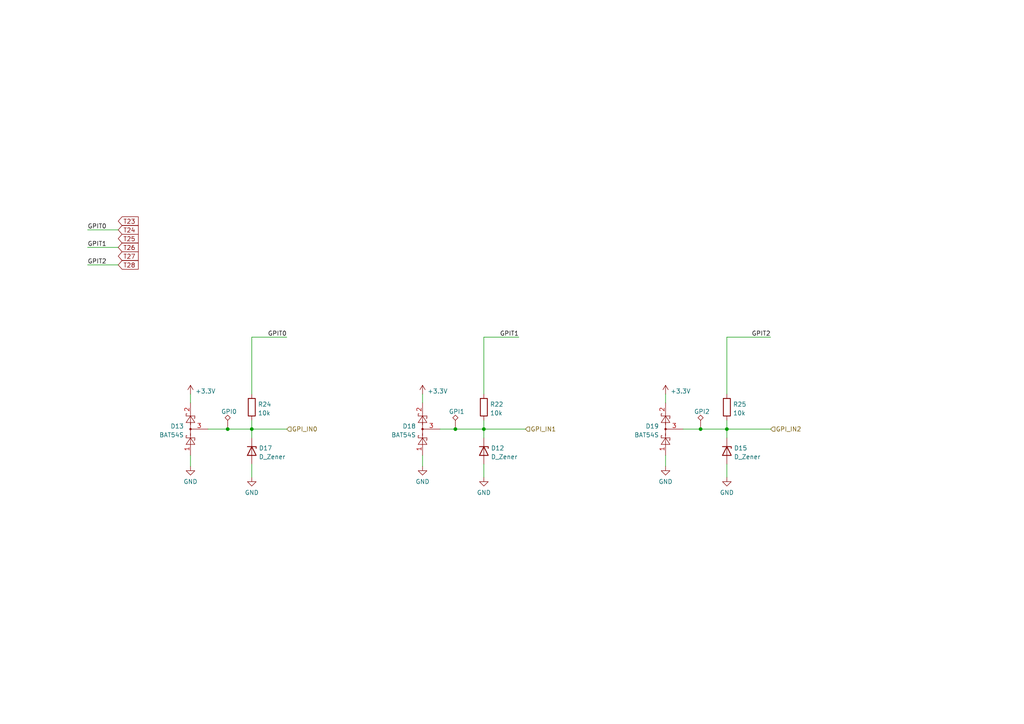
<source format=kicad_sch>
(kicad_sch (version 20211123) (generator eeschema)
  (paper "A4")
  (title_block (title "FloatPUMP Schematics") (date "2022-11-11") (rev "1.0") (company "robtor.de") (comment 1 "Controller board for up to 3 water pumps") (comment 2 "measuring capabilities with piezoresistive pressure sensors") (comment 3 "sensor input Range 4mA-20mA"))
  (lib_symbols
    (symbol "Connector:TestPoint_Alt" (pin_numbers hide) (pin_names (offset 0.762) hide)
      (property "Reference" "TP" (at 0 6.858 0))
      (property "Value" "TestPoint_Alt" (at 0 5.08 0))
      (symbol "TestPoint_Alt_0_1"
        (polyline (pts (xy 0 2.54) (xy -0.762 3.302) (xy 0 4.064) (xy 0.762 3.302) (xy 0 2.54)))
      )
      (symbol "TestPoint_Alt_1_1"
        (pin passive line (at 0 0 90) (length 2.54) (name "1") (number "1"))
      )
    )
    (symbol "Device:D_Zener" (pin_numbers hide) (pin_names (offset 1.016) hide)
      (property "Reference" "D" (at 0 2.54 0))
      (property "Value" "D_Zener" (at 0 -2.54 0))
      (symbol "D_Zener_0_1"
        (polyline (pts (xy 1.27 0) (xy -1.27 0)))
        (polyline (pts (xy -1.27 -1.27) (xy -1.27 1.27) (xy -0.762 1.27)) (stroke (width 0.254)))
        (polyline (pts (xy 1.27 -1.27) (xy 1.27 1.27) (xy -1.27 0) (xy 1.27 -1.27)) (stroke (width 0.254)))
      )
      (symbol "D_Zener_1_1"
        (pin passive line (at -3.81 0 0) (length 2.54) (name "K") (number "1"))
        (pin passive line (at 3.81 0 180) (length 2.54) (name "A") (number "2"))
      )
    )
    (symbol "Device:R" (pin_numbers hide) (pin_names (offset 0))
      (property "Reference" "R" (at 2.032 0 90))
      (property "Value" "R" (at 0 0 90))
      (symbol "R_0_1"
        (rectangle (start -1.016 -2.54) (end 1.016 2.54) (stroke (width 0.254)))
      )
      (symbol "R_1_1"
        (pin passive line (at 0 3.81 270) (length 1.27) (name "~") (number "1"))
        (pin passive line (at 0 -3.81 90) (length 1.27) (name "~") (number "2"))
      )
    )
    (symbol "Diode:BAT54S" (pin_names (offset 1.016))
      (property "Reference" "D" (at 0.635 -3.81 0))
      (property "Value" "BAT54S" (at -6.35 3.175 0))
      (symbol "BAT54S_0_1"
        (polyline (pts (xy -3.81 0) (xy -1.27 0)))
        (polyline (pts (xy -3.175 -1.27) (xy -3.175 -1.016)))
        (polyline (pts (xy -2.54 -1.27) (xy -3.175 -1.27)))
        (polyline (pts (xy -2.54 -1.27) (xy -2.54 1.27)))
        (polyline (pts (xy -2.54 1.27) (xy -1.905 1.27)))
        (polyline (pts (xy -1.905 0) (xy 1.905 0)))
        (polyline (pts (xy -1.905 1.27) (xy -1.905 1.016)))
        (polyline (pts (xy 1.27 0) (xy 3.81 0)))
        (polyline (pts (xy 3.175 -1.27) (xy 3.175 -1.016)))
        (polyline (pts (xy 3.81 -1.27) (xy 3.175 -1.27)))
        (polyline (pts (xy 3.81 -1.27) (xy 3.81 1.27)))
        (polyline (pts (xy 3.81 1.27) (xy 4.445 1.27)))
        (polyline (pts (xy 4.445 1.27) (xy 4.445 1.016)))
        (polyline (pts (xy -4.445 1.27) (xy -4.445 -1.27) (xy -2.54 0) (xy -4.445 1.27)))
        (polyline (pts (xy 1.905 1.27) (xy 1.905 -1.27) (xy 3.81 0) (xy 1.905 1.27)))
        (circle (center 0 0) (radius 0.254) (fill (type outline)))
      )
      (symbol "BAT54S_1_1"
        (pin passive line (at -7.62 0 0) (length 3.81) (name "~") (number "1"))
        (pin passive line (at 7.62 0 180) (length 3.81) (name "~") (number "2"))
        (pin passive line (at 0 -5.08 90) (length 5.08) (name "~") (number "3"))
      )
    )
    (symbol "power:+3.3V" (power) (pin_names (offset 0))
      (property "Value" "+3.3V" (at 0 3.556 0))
      (symbol "+3.3V_0_1"
        (polyline (pts (xy -0.762 1.27) (xy 0 2.54)))
        (polyline (pts (xy 0 0) (xy 0 2.54)))
        (polyline (pts (xy 0 2.54) (xy 0.762 1.27)))
      )
      (symbol "+3.3V_1_1"
        (pin power_in line (at 0 0 90) (length 0) hide (name "+3.3V") (number "1"))
      )
    )
    (symbol "power:GND" (power) (pin_names (offset 0))
      (property "Value" "GND" (at 0 -3.81 0))
      (symbol "GND_0_1"
        (polyline (pts (xy 0 0) (xy 0 -1.27) (xy 1.27 -1.27) (xy 0 -2.54) (xy -1.27 -1.27) (xy 0 -1.27)))
      )
      (symbol "GND_1_1"
        (pin power_in line (at 0 0 270) (length 0) hide (name "GND") (number "1"))
      )
    )
  )
  (junction (at 203.2 124.46))
  (junction (at 66.04 124.46))
  (junction (at 73.025 124.46))
  (junction (at 132.08 124.46))
  (junction (at 210.82 124.46))
  (junction (at 140.335 124.46))
  (wire (pts (xy 140.335 134.62) (xy 140.335 138.43)))
  (wire (pts (xy 210.82 114.3) (xy 210.82 97.79)))
  (wire (pts (xy 66.04 124.46) (xy 73.025 124.46)))
  (wire (pts (xy 198.12 124.46) (xy 203.2 124.46)))
  (wire (pts (xy 25.4 76.835) (xy 34.29 76.835)))
  (wire (pts (xy 73.025 121.92) (xy 73.025 124.46)))
  (wire (pts (xy 140.335 121.92) (xy 140.335 124.46)))
  (wire (pts (xy 73.025 124.46) (xy 73.025 127)))
  (wire (pts (xy 122.555 114.3) (xy 122.555 116.84)))
  (wire (pts (xy 73.025 124.46) (xy 83.185 124.46)))
  (wire (pts (xy 73.025 114.3) (xy 73.025 97.79)))
  (wire (pts (xy 210.82 124.46) (xy 210.82 127)))
  (wire (pts (xy 210.82 124.46) (xy 223.52 124.46)))
  (wire (pts (xy 25.4 66.675) (xy 34.29 66.675)))
  (wire (pts (xy 55.245 114.3) (xy 55.245 116.84)))
  (wire (pts (xy 55.245 132.08) (xy 55.245 135.255)))
  (wire (pts (xy 210.82 121.92) (xy 210.82 124.46)))
  (wire (pts (xy 127.635 124.46) (xy 132.08 124.46)))
  (wire (pts (xy 73.025 134.62) (xy 73.025 138.43)))
  (wire (pts (xy 60.325 124.46) (xy 66.04 124.46)))
  (wire (pts (xy 73.025 97.79) (xy 83.185 97.79)))
  (wire (pts (xy 210.82 97.79) (xy 223.52 97.79)))
  (wire (pts (xy 140.335 97.79) (xy 150.495 97.79)))
  (wire (pts (xy 193.04 114.3) (xy 193.04 116.84)))
  (wire (pts (xy 203.2 124.46) (xy 210.82 124.46)))
  (wire (pts (xy 140.335 97.79) (xy 140.335 114.3)))
  (wire (pts (xy 25.4 71.755) (xy 34.29 71.755)))
  (wire (pts (xy 122.555 132.08) (xy 122.555 135.255)))
  (wire (pts (xy 140.335 124.46) (xy 152.4 124.46)))
  (wire (pts (xy 140.335 124.46) (xy 140.335 127)))
  (wire (pts (xy 132.08 124.46) (xy 140.335 124.46)))
  (wire (pts (xy 193.04 132.08) (xy 193.04 135.255)))
  (wire (pts (xy 210.82 134.62) (xy 210.82 138.43)))
  (label "GPIT1" (at 150.495 97.79 180))
  (label "GPIT1" (at 25.4 71.755 0))
  (label "GPIT0" (at 83.185 97.79 180))
  (label "GPIT0" (at 25.4 66.675 0))
  (label "GPIT2" (at 25.4 76.835 0))
  (label "GPIT2" (at 223.52 97.79 180))
  (global_label "T27" (shape input) (at 34.29 74.295 0) (property "Referenzen zwischen Schaltplänen" "${INTERSHEET_REFS}" (effects hide)))
  (global_label "T24" (shape input) (at 34.29 66.675 0) (property "Referenzen zwischen Schaltplänen" "${INTERSHEET_REFS}" (effects hide)))
  (global_label "T28" (shape input) (at 34.29 76.835 0) (property "Referenzen zwischen Schaltplänen" "${INTERSHEET_REFS}" (effects hide)))
  (global_label "T23" (shape input) (at 34.29 64.135 0) (property "Referenzen zwischen Schaltplänen" "${INTERSHEET_REFS}" (effects hide)))
  (global_label "T25" (shape input) (at 34.29 69.215 0) (property "Referenzen zwischen Schaltplänen" "${INTERSHEET_REFS}" (effects hide)))
  (global_label "T26" (shape input) (at 34.29 71.755 0) (property "Referenzen zwischen Schaltplänen" "${INTERSHEET_REFS}" (effects hide)))
  (hierarchical_label "GPI_IN0" (shape input) (at 83.185 124.46 0))
  (hierarchical_label "GPI_IN2" (shape input) (at 223.52 124.46 0))
  (hierarchical_label "GPI_IN1" (shape input) (at 152.4 124.46 0))
  (symbol (lib_id "Device:D_Zener") (at 73.025 130.81 270) (unit 1)
    (property "Reference" "D17" (at 75.057 129.9753 90) (effects (justify left)))
    (property "Value" "D_Zener" (at 75.057 132.5122 90) (effects (justify left)))
    (property "Footprint" "Diode_SMD:D_MiniMELF" (effects hide))
    (property "JLCPCB" "Basic" (effects hide))
    (property "LCSC" "C8056" (effects hide))
  )
  (symbol (lib_id "power:GND") (at 73.025 138.43 0) (unit 1)
    (property "Reference" "#PWR088" (effects hide))
    (property "Value" "GND" (at 73.025 142.8734 0))
  )
  (symbol (lib_id "Connector:TestPoint_Alt") (at 203.2 124.46 0) (unit 1)
    (property "Reference" "TP14" (effects hide))
    (property "Value" "GPI2" (at 201.295 119.38 0) (effects (justify left)))
    (property "Footprint" "TestPoint:TestPoint_Pad_D1.0mm" (effects hide))
  )
  (symbol (lib_id "Device:R") (at 210.82 118.11 0) (unit 1)
    (property "Reference" "R25" (at 212.598 117.2753 0) (effects (justify left)))
    (property "Value" "10k" (at 212.598 119.8122 0) (effects (justify left)))
    (property "Footprint" "Resistor_SMD:R_0603_1608Metric" (effects hide))
    (property "JLCPCB" "Basic" (effects hide))
    (property "LCSC" "C25804" (effects hide))
  )
  (symbol (lib_id "Diode:BAT54S") (at 193.04 124.46 90) (unit 1)
    (property "Reference" "D19" (at 191.135 123.6253 90) (effects (justify left)))
    (property "Value" "BAT54S" (at 191.135 126.1622 90) (effects (justify left)))
    (property "Footprint" "Package_TO_SOT_SMD:SOT-23" (effects hide))
    (property "Datasheet" "https://www.diodes.com/assets/Datasheets/ds11005.pdf" (effects hide))
    (property "JLCPCB" "Extended" (effects hide))
    (property "LCSC" "C2762214" (effects hide))
  )
  (symbol (lib_id "power:+3.3V") (at 55.245 114.3 0) (unit 1)
    (property "Reference" "#PWR086" (effects hide))
    (property "Value" "+3.3V" (at 56.642 113.4638 0) (effects (justify left)))
  )
  (symbol (lib_id "power:+3.3V") (at 193.04 114.3 0) (unit 1)
    (property "Reference" "#PWR092" (effects hide))
    (property "Value" "+3.3V" (at 194.437 113.4638 0) (effects (justify left)))
  )
  (symbol (lib_id "Connector:TestPoint_Alt") (at 132.08 124.46 0) (unit 1)
    (property "Reference" "TP12" (effects hide))
    (property "Value" "GPI1" (at 130.175 119.38 0) (effects (justify left)))
    (property "Footprint" "TestPoint:TestPoint_Pad_D1.0mm" (effects hide))
  )
  (symbol (lib_id "Device:R") (at 73.025 118.11 0) (unit 1)
    (property "Reference" "R24" (at 74.803 117.2753 0) (effects (justify left)))
    (property "Value" "10k" (at 74.803 119.8122 0) (effects (justify left)))
    (property "Footprint" "Resistor_SMD:R_0603_1608Metric" (effects hide))
    (property "JLCPCB" "Basic" (effects hide))
    (property "LCSC" "C25804" (effects hide))
  )
  (symbol (lib_id "power:GND") (at 55.245 135.255 0) (unit 1)
    (property "Reference" "#PWR087" (effects hide))
    (property "Value" "GND" (at 55.245 139.6984 0))
  )
  (symbol (lib_id "power:GND") (at 122.555 135.255 0) (unit 1)
    (property "Reference" "#PWR090" (effects hide))
    (property "Value" "GND" (at 122.555 139.6984 0))
  )
  (symbol (lib_id "power:GND") (at 193.04 135.255 0) (unit 1)
    (property "Reference" "#PWR093" (effects hide))
    (property "Value" "GND" (at 193.04 139.6984 0))
  )
  (symbol (lib_id "power:GND") (at 210.82 138.43 0) (unit 1)
    (property "Reference" "#PWR094" (effects hide))
    (property "Value" "GND" (at 210.82 142.8734 0))
  )
  (symbol (lib_id "Diode:BAT54S") (at 122.555 124.46 90) (unit 1)
    (property "Reference" "D18" (at 120.65 123.6253 90) (effects (justify left)))
    (property "Value" "BAT54S" (at 120.65 126.1622 90) (effects (justify left)))
    (property "Footprint" "Package_TO_SOT_SMD:SOT-23" (effects hide))
    (property "Datasheet" "https://www.diodes.com/assets/Datasheets/ds11005.pdf" (effects hide))
    (property "JLCPCB" "Extended" (effects hide))
    (property "LCSC" "C2762214" (effects hide))
  )
  (symbol (lib_id "Connector:TestPoint_Alt") (at 66.04 124.46 0) (unit 1)
    (property "Reference" "TP11" (effects hide))
    (property "Value" "GPI0" (at 64.135 119.38 0) (effects (justify left)))
    (property "Footprint" "TestPoint:TestPoint_Pad_D1.0mm" (effects hide))
  )
  (symbol (lib_id "Diode:BAT54S") (at 55.245 124.46 90) (unit 1)
    (property "Reference" "D13" (at 53.34 123.6253 90) (effects (justify left)))
    (property "Value" "BAT54S" (at 53.34 126.1622 90) (effects (justify left)))
    (property "Footprint" "Package_TO_SOT_SMD:SOT-23" (effects hide))
    (property "Datasheet" "https://www.diodes.com/assets/Datasheets/ds11005.pdf" (effects hide))
    (property "JLCPCB" "Extended" (effects hide))
    (property "LCSC" "C2762214" (effects hide))
  )
  (symbol (lib_id "Device:D_Zener") (at 210.82 130.81 270) (unit 1)
    (property "Reference" "D15" (at 212.852 129.9753 90) (effects (justify left)))
    (property "Value" "D_Zener" (at 212.852 132.5122 90) (effects (justify left)))
    (property "Footprint" "Diode_SMD:D_MiniMELF" (effects hide))
    (property "JLCPCB" "Basic" (effects hide))
    (property "LCSC" "C8056" (effects hide))
  )
  (symbol (lib_id "Device:D_Zener") (at 140.335 130.81 270) (unit 1)
    (property "Reference" "D12" (at 142.367 129.9753 90) (effects (justify left)))
    (property "Value" "D_Zener" (at 142.367 132.5122 90) (effects (justify left)))
    (property "Footprint" "Diode_SMD:D_MiniMELF" (effects hide))
    (property "JLCPCB" "Basic" (effects hide))
    (property "LCSC" "C8056" (effects hide))
  )
  (symbol (lib_id "power:+3.3V") (at 122.555 114.3 0) (unit 1)
    (property "Reference" "#PWR089" (effects hide))
    (property "Value" "+3.3V" (at 123.952 113.4638 0) (effects (justify left)))
  )
  (symbol (lib_id "Device:R") (at 140.335 118.11 0) (unit 1)
    (property "Reference" "R22" (at 142.113 117.2753 0) (effects (justify left)))
    (property "Value" "10k" (at 142.113 119.8122 0) (effects (justify left)))
    (property "Footprint" "Resistor_SMD:R_0603_1608Metric" (effects hide))
    (property "JLCPCB" "Basic" (effects hide))
    (property "LCSC" "C25804" (effects hide))
  )
  (symbol (lib_id "power:GND") (at 140.335 138.43 0) (unit 1)
    (property "Reference" "#PWR091" (effects hide))
    (property "Value" "GND" (at 140.335 142.8734 0))
  )
)
</source>
